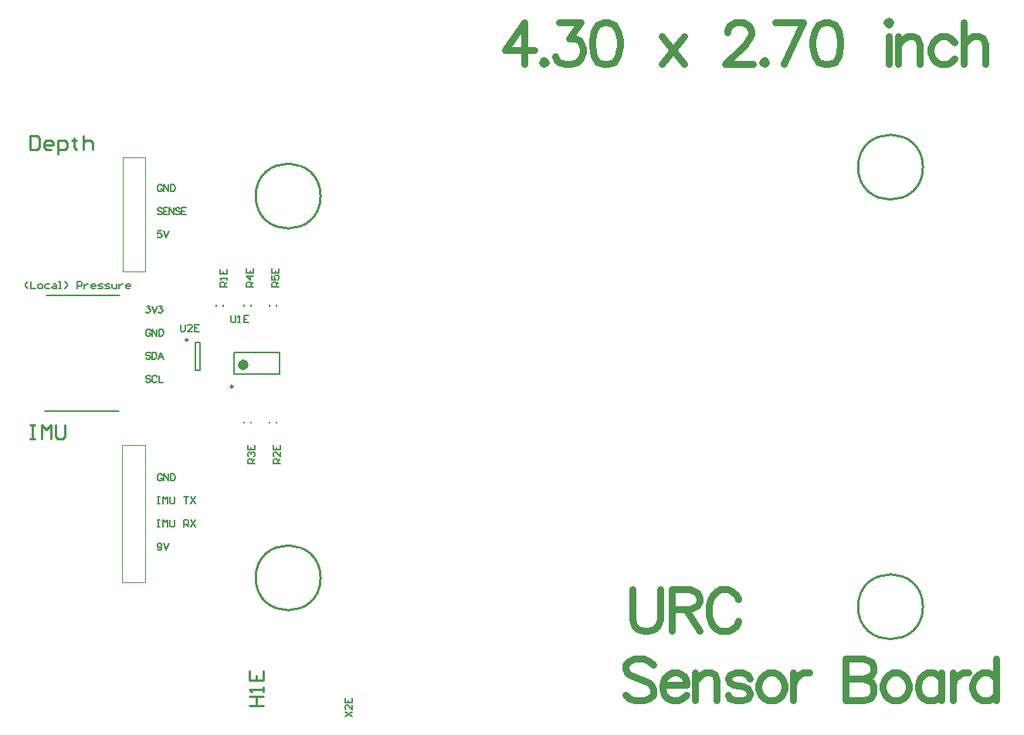
<source format=gto>
G04 Layer_Color=65535*
%FSLAX24Y24*%
%MOIN*%
G70*
G01*
G75*
%ADD14C,0.0100*%
%ADD23C,0.0236*%
%ADD24C,0.0098*%
%ADD25C,0.0070*%
%ADD26C,0.0079*%
%ADD27C,0.0039*%
%ADD28C,0.0300*%
D14*
X39050Y24050D02*
G03*
X39050Y24050I-1400J0D01*
G01*
X13050Y22800D02*
G03*
X13050Y22800I-1400J0D01*
G01*
Y6300D02*
G03*
X13050Y6300I-1400J0D01*
G01*
X39050Y5050D02*
G03*
X39050Y5050I-1400J0D01*
G01*
X9975Y785D02*
X10575D01*
X10275D01*
Y1185D01*
X9975D01*
X10575D01*
Y1385D02*
Y1585D01*
Y1485D01*
X9975D01*
X10075Y1385D01*
X9975Y2285D02*
Y1885D01*
X10575D01*
Y2285D01*
X10275Y1885D02*
Y2085D01*
X500Y12900D02*
X700D01*
X600D01*
Y12300D01*
X500D01*
X700D01*
X1000D02*
Y12900D01*
X1200Y12700D01*
X1400Y12900D01*
Y12300D01*
X1600Y12900D02*
Y12400D01*
X1700Y12300D01*
X1900D01*
X2000Y12400D01*
Y12900D01*
X500Y25400D02*
Y24800D01*
X800D01*
X900Y24900D01*
Y25300D01*
X800Y25400D01*
X500D01*
X1400Y24800D02*
X1200D01*
X1100Y24900D01*
Y25100D01*
X1200Y25200D01*
X1400D01*
X1500Y25100D01*
Y25000D01*
X1100D01*
X1700Y24600D02*
Y25200D01*
X2000D01*
X2099Y25100D01*
Y24900D01*
X2000Y24800D01*
X1700D01*
X2399Y25300D02*
Y25200D01*
X2299D01*
X2499D01*
X2399D01*
Y24900D01*
X2499Y24800D01*
X2799Y25400D02*
Y24800D01*
Y25100D01*
X2899Y25200D01*
X3099D01*
X3199Y25100D01*
Y24800D01*
D23*
X9828Y15508D02*
G03*
X9828Y15508I-118J0D01*
G01*
D24*
X9265Y14573D02*
G03*
X9265Y14573I-49J0D01*
G01*
X7327Y16585D02*
G03*
X7327Y16585I-49J0D01*
G01*
D25*
X1157Y13512D02*
X4346D01*
X1197Y18512D02*
X4386D01*
X14100Y300D02*
X14400Y500D01*
X14100D02*
X14400Y300D01*
Y800D02*
Y600D01*
X14200Y800D01*
X14150D01*
X14100Y750D01*
Y650D01*
X14150Y600D01*
X14100Y1100D02*
Y900D01*
X14400D01*
Y1100D01*
X14250Y900D02*
Y1000D01*
X9000Y18877D02*
X8700D01*
Y19027D01*
X8750Y19077D01*
X8850D01*
X8900Y19027D01*
Y18877D01*
Y18977D02*
X9000Y19077D01*
Y19177D02*
Y19277D01*
Y19227D01*
X8700D01*
X8750Y19177D01*
X8700Y19627D02*
Y19427D01*
X9000D01*
Y19627D01*
X8850Y19427D02*
Y19527D01*
X11300Y11227D02*
X11000D01*
Y11377D01*
X11050Y11427D01*
X11150D01*
X11200Y11377D01*
Y11227D01*
Y11327D02*
X11300Y11427D01*
Y11727D02*
Y11527D01*
X11100Y11727D01*
X11050D01*
X11000Y11677D01*
Y11577D01*
X11050Y11527D01*
X11000Y12027D02*
Y11827D01*
X11300D01*
Y12027D01*
X11150Y11827D02*
Y11927D01*
X10200Y11227D02*
X9900D01*
Y11377D01*
X9950Y11427D01*
X10050D01*
X10100Y11377D01*
Y11227D01*
Y11327D02*
X10200Y11427D01*
X9950Y11527D02*
X9900Y11577D01*
Y11677D01*
X9950Y11727D01*
X10000D01*
X10050Y11677D01*
Y11627D01*
Y11677D01*
X10100Y11727D01*
X10150D01*
X10200Y11677D01*
Y11577D01*
X10150Y11527D01*
X9900Y12027D02*
Y11827D01*
X10200D01*
Y12027D01*
X10050Y11827D02*
Y11927D01*
X10150Y18877D02*
X9850D01*
Y19027D01*
X9900Y19077D01*
X10000D01*
X10050Y19027D01*
Y18877D01*
Y18977D02*
X10150Y19077D01*
Y19327D02*
X9850D01*
X10000Y19177D01*
Y19377D01*
X9850Y19677D02*
Y19477D01*
X10150D01*
Y19677D01*
X10000Y19477D02*
Y19577D01*
X11250Y18877D02*
X10950D01*
Y19027D01*
X11000Y19077D01*
X11100D01*
X11150Y19027D01*
Y18877D01*
Y18977D02*
X11250Y19077D01*
X10950Y19377D02*
Y19177D01*
X11100D01*
X11050Y19277D01*
Y19327D01*
X11100Y19377D01*
X11200D01*
X11250Y19327D01*
Y19227D01*
X11200Y19177D01*
X10950Y19677D02*
Y19477D01*
X11250D01*
Y19677D01*
X11100Y19477D02*
Y19577D01*
X9190Y17640D02*
Y17390D01*
X9240Y17340D01*
X9340D01*
X9390Y17390D01*
Y17640D01*
X9490Y17340D02*
X9590D01*
X9540D01*
Y17640D01*
X9490Y17590D01*
X9940Y17640D02*
X9740D01*
Y17340D01*
X9940D01*
X9740Y17490D02*
X9840D01*
X7010Y17250D02*
Y17000D01*
X7060Y16950D01*
X7160D01*
X7210Y17000D01*
Y17250D01*
X7510Y16950D02*
X7310D01*
X7510Y17150D01*
Y17200D01*
X7460Y17250D01*
X7360D01*
X7310Y17200D01*
X7810Y17250D02*
X7610D01*
Y16950D01*
X7810D01*
X7610Y17100D02*
X7710D01*
X400Y18800D02*
X300Y18900D01*
Y19000D01*
X400Y19100D01*
X550D02*
Y18800D01*
X750D01*
X900D02*
X1000D01*
X1050Y18850D01*
Y18950D01*
X1000Y19000D01*
X900D01*
X850Y18950D01*
Y18850D01*
X900Y18800D01*
X1350Y19000D02*
X1200D01*
X1150Y18950D01*
Y18850D01*
X1200Y18800D01*
X1350D01*
X1500Y19000D02*
X1600D01*
X1650Y18950D01*
Y18800D01*
X1500D01*
X1450Y18850D01*
X1500Y18900D01*
X1650D01*
X1750Y18800D02*
X1849D01*
X1800D01*
Y19100D01*
X1750D01*
X1999Y18800D02*
X2099Y18900D01*
Y19000D01*
X1999Y19100D01*
X2549Y18800D02*
Y19100D01*
X2699D01*
X2749Y19050D01*
Y18950D01*
X2699Y18900D01*
X2549D01*
X2849Y19000D02*
Y18800D01*
Y18900D01*
X2899Y18950D01*
X2949Y19000D01*
X2999D01*
X3299Y18800D02*
X3199D01*
X3149Y18850D01*
Y18950D01*
X3199Y19000D01*
X3299D01*
X3349Y18950D01*
Y18900D01*
X3149D01*
X3449Y18800D02*
X3599D01*
X3649Y18850D01*
X3599Y18900D01*
X3499D01*
X3449Y18950D01*
X3499Y19000D01*
X3649D01*
X3749Y18800D02*
X3899D01*
X3949Y18850D01*
X3899Y18900D01*
X3799D01*
X3749Y18950D01*
X3799Y19000D01*
X3949D01*
X4049D02*
Y18850D01*
X4099Y18800D01*
X4249D01*
Y19000D01*
X4349D02*
Y18800D01*
Y18900D01*
X4399Y18950D01*
X4449Y19000D01*
X4499D01*
X4799Y18800D02*
X4699D01*
X4649Y18850D01*
Y18950D01*
X4699Y19000D01*
X4799D01*
X4849Y18950D01*
Y18900D01*
X4649D01*
X6214Y23229D02*
X6200Y23257D01*
X6171Y23286D01*
X6143Y23300D01*
X6086D01*
X6057Y23286D01*
X6029Y23257D01*
X6014Y23229D01*
X6000Y23186D01*
Y23114D01*
X6014Y23071D01*
X6029Y23043D01*
X6057Y23014D01*
X6086Y23000D01*
X6143D01*
X6171Y23014D01*
X6200Y23043D01*
X6214Y23071D01*
Y23114D01*
X6143D02*
X6214D01*
X6283Y23300D02*
Y23000D01*
Y23300D02*
X6483Y23000D01*
Y23300D02*
Y23000D01*
X6566Y23300D02*
Y23000D01*
Y23300D02*
X6666D01*
X6708Y23286D01*
X6737Y23257D01*
X6751Y23229D01*
X6766Y23186D01*
Y23114D01*
X6751Y23071D01*
X6737Y23043D01*
X6708Y23014D01*
X6666Y23000D01*
X6566D01*
X6200Y22257D02*
X6171Y22286D01*
X6129Y22300D01*
X6071D01*
X6029Y22286D01*
X6000Y22257D01*
Y22229D01*
X6014Y22200D01*
X6029Y22186D01*
X6057Y22171D01*
X6143Y22143D01*
X6171Y22129D01*
X6186Y22114D01*
X6200Y22086D01*
Y22043D01*
X6171Y22014D01*
X6129Y22000D01*
X6071D01*
X6029Y22014D01*
X6000Y22043D01*
X6453Y22300D02*
X6267D01*
Y22000D01*
X6453D01*
X6267Y22157D02*
X6381D01*
X6503Y22300D02*
Y22000D01*
Y22300D02*
X6703Y22000D01*
Y22300D02*
Y22000D01*
X6985Y22257D02*
X6957Y22286D01*
X6914Y22300D01*
X6857D01*
X6814Y22286D01*
X6786Y22257D01*
Y22229D01*
X6800Y22200D01*
X6814Y22186D01*
X6843Y22171D01*
X6928Y22143D01*
X6957Y22129D01*
X6971Y22114D01*
X6985Y22086D01*
Y22043D01*
X6957Y22014D01*
X6914Y22000D01*
X6857D01*
X6814Y22014D01*
X6786Y22043D01*
X7238Y22300D02*
X7053D01*
Y22000D01*
X7238D01*
X7053Y22157D02*
X7167D01*
X6171Y21300D02*
X6029D01*
X6014Y21171D01*
X6029Y21186D01*
X6071Y21200D01*
X6114D01*
X6157Y21186D01*
X6186Y21157D01*
X6200Y21114D01*
Y21086D01*
X6186Y21043D01*
X6157Y21014D01*
X6114Y21000D01*
X6071D01*
X6029Y21014D01*
X6014Y21029D01*
X6000Y21057D01*
X6267Y21300D02*
X6381Y21000D01*
X6496Y21300D02*
X6381Y21000D01*
X6186Y7700D02*
X6171Y7657D01*
X6143Y7629D01*
X6100Y7614D01*
X6086D01*
X6043Y7629D01*
X6014Y7657D01*
X6000Y7700D01*
Y7714D01*
X6014Y7757D01*
X6043Y7786D01*
X6086Y7800D01*
X6100D01*
X6143Y7786D01*
X6171Y7757D01*
X6186Y7700D01*
Y7629D01*
X6171Y7557D01*
X6143Y7514D01*
X6100Y7500D01*
X6071D01*
X6029Y7514D01*
X6014Y7543D01*
X6267Y7800D02*
X6381Y7500D01*
X6496Y7800D02*
X6381Y7500D01*
X6000Y8800D02*
X6100D01*
X6050D01*
Y8500D01*
X6000D01*
X6100D01*
X6250D02*
Y8800D01*
X6350Y8700D01*
X6450Y8800D01*
Y8500D01*
X6550Y8800D02*
Y8550D01*
X6600Y8500D01*
X6700D01*
X6750Y8550D01*
Y8800D01*
X7150Y8500D02*
Y8800D01*
X7300D01*
X7350Y8750D01*
Y8650D01*
X7300Y8600D01*
X7150D01*
X7250D02*
X7350Y8500D01*
X7450Y8800D02*
X7649Y8500D01*
Y8800D02*
X7450Y8500D01*
X6000Y9800D02*
X6100D01*
X6050D01*
Y9500D01*
X6000D01*
X6100D01*
X6250D02*
Y9800D01*
X6350Y9700D01*
X6450Y9800D01*
Y9500D01*
X6550Y9800D02*
Y9550D01*
X6600Y9500D01*
X6700D01*
X6750Y9550D01*
Y9800D01*
X7150D02*
X7350D01*
X7250D01*
Y9500D01*
X7450Y9800D02*
X7649Y9500D01*
Y9800D02*
X7450Y9500D01*
X6214Y10729D02*
X6200Y10757D01*
X6171Y10786D01*
X6143Y10800D01*
X6086D01*
X6057Y10786D01*
X6029Y10757D01*
X6014Y10729D01*
X6000Y10686D01*
Y10614D01*
X6014Y10571D01*
X6029Y10543D01*
X6057Y10514D01*
X6086Y10500D01*
X6143D01*
X6171Y10514D01*
X6200Y10543D01*
X6214Y10571D01*
Y10614D01*
X6143D02*
X6214D01*
X6283Y10800D02*
Y10500D01*
Y10800D02*
X6483Y10500D01*
Y10800D02*
Y10500D01*
X6566Y10800D02*
Y10500D01*
Y10800D02*
X6666D01*
X6708Y10786D01*
X6737Y10757D01*
X6751Y10729D01*
X6766Y10686D01*
Y10614D01*
X6751Y10571D01*
X6737Y10543D01*
X6708Y10514D01*
X6666Y10500D01*
X6566D01*
X5529Y18050D02*
X5686D01*
X5600Y17936D01*
X5643D01*
X5671Y17921D01*
X5686Y17907D01*
X5700Y17864D01*
Y17836D01*
X5686Y17793D01*
X5657Y17764D01*
X5614Y17750D01*
X5571D01*
X5529Y17764D01*
X5514Y17779D01*
X5500Y17807D01*
X5767Y18050D02*
X5881Y17750D01*
X5996Y18050D02*
X5881Y17750D01*
X6063Y18050D02*
X6220D01*
X6134Y17936D01*
X6177D01*
X6206Y17921D01*
X6220Y17907D01*
X6234Y17864D01*
Y17836D01*
X6220Y17793D01*
X6191Y17764D01*
X6148Y17750D01*
X6106D01*
X6063Y17764D01*
X6048Y17779D01*
X6034Y17807D01*
X5714Y16979D02*
X5700Y17007D01*
X5671Y17036D01*
X5643Y17050D01*
X5586D01*
X5557Y17036D01*
X5529Y17007D01*
X5514Y16979D01*
X5500Y16936D01*
Y16864D01*
X5514Y16821D01*
X5529Y16793D01*
X5557Y16764D01*
X5586Y16750D01*
X5643D01*
X5671Y16764D01*
X5700Y16793D01*
X5714Y16821D01*
Y16864D01*
X5643D02*
X5714D01*
X5783Y17050D02*
Y16750D01*
Y17050D02*
X5983Y16750D01*
Y17050D02*
Y16750D01*
X6066Y17050D02*
Y16750D01*
Y17050D02*
X6166D01*
X6208Y17036D01*
X6237Y17007D01*
X6251Y16979D01*
X6266Y16936D01*
Y16864D01*
X6251Y16821D01*
X6237Y16793D01*
X6208Y16764D01*
X6166Y16750D01*
X6066D01*
X5700Y16007D02*
X5671Y16036D01*
X5629Y16050D01*
X5571D01*
X5529Y16036D01*
X5500Y16007D01*
Y15979D01*
X5514Y15950D01*
X5529Y15936D01*
X5557Y15921D01*
X5643Y15893D01*
X5671Y15879D01*
X5686Y15864D01*
X5700Y15836D01*
Y15793D01*
X5671Y15764D01*
X5629Y15750D01*
X5571D01*
X5529Y15764D01*
X5500Y15793D01*
X5767Y16050D02*
Y15750D01*
Y16050D02*
X5867D01*
X5910Y16036D01*
X5938Y16007D01*
X5953Y15979D01*
X5967Y15936D01*
Y15864D01*
X5953Y15821D01*
X5938Y15793D01*
X5910Y15764D01*
X5867Y15750D01*
X5767D01*
X6263D02*
X6148Y16050D01*
X6034Y15750D01*
X6077Y15850D02*
X6220D01*
X5700Y15007D02*
X5671Y15036D01*
X5629Y15050D01*
X5571D01*
X5529Y15036D01*
X5500Y15007D01*
Y14979D01*
X5514Y14950D01*
X5529Y14936D01*
X5557Y14921D01*
X5643Y14893D01*
X5671Y14879D01*
X5686Y14864D01*
X5700Y14836D01*
Y14793D01*
X5671Y14764D01*
X5629Y14750D01*
X5571D01*
X5529Y14764D01*
X5500Y14793D01*
X5981Y14979D02*
X5967Y15007D01*
X5938Y15036D01*
X5910Y15050D01*
X5853D01*
X5824Y15036D01*
X5796Y15007D01*
X5781Y14979D01*
X5767Y14936D01*
Y14864D01*
X5781Y14821D01*
X5796Y14793D01*
X5824Y14764D01*
X5853Y14750D01*
X5910D01*
X5938Y14764D01*
X5967Y14793D01*
X5981Y14821D01*
X6066Y15050D02*
Y14750D01*
X6237D01*
D26*
X11284Y15114D02*
Y16039D01*
X9316Y15114D02*
Y16039D01*
X11284D01*
X9316Y15114D02*
X11284D01*
X7652Y16487D02*
X7848D01*
X7652Y15267D02*
X7848D01*
X7652D02*
Y16487D01*
X7848Y15267D02*
Y16487D01*
X8552Y18057D02*
Y18096D01*
X8848Y18057D02*
Y18096D01*
X11148Y13007D02*
Y13046D01*
X10852Y13007D02*
Y13046D01*
X9752Y13007D02*
Y13046D01*
X10048Y13007D02*
Y13046D01*
X9752Y18057D02*
Y18096D01*
X10048Y18057D02*
Y18096D01*
X10852Y18057D02*
Y18096D01*
X11148Y18057D02*
Y18096D01*
D27*
X4481Y6124D02*
Y12030D01*
X5465Y9148D02*
Y12030D01*
X4481D02*
X5465D01*
X4481Y6124D02*
X5465D01*
Y9148D01*
X5492Y19547D02*
Y22402D01*
X4508Y19547D02*
X5492D01*
X4508Y24461D02*
X5492D01*
Y22402D02*
Y24461D01*
X4508Y19547D02*
Y24461D01*
D28*
X27400Y2543D02*
X27228Y2714D01*
X26971Y2800D01*
X26628D01*
X26371Y2714D01*
X26200Y2543D01*
Y2371D01*
X26286Y2200D01*
X26371Y2114D01*
X26543Y2028D01*
X27057Y1857D01*
X27228Y1771D01*
X27314Y1686D01*
X27400Y1514D01*
Y1257D01*
X27228Y1086D01*
X26971Y1000D01*
X26628D01*
X26371Y1086D01*
X26200Y1257D01*
X27803Y1686D02*
X28831D01*
Y1857D01*
X28745Y2028D01*
X28659Y2114D01*
X28488Y2200D01*
X28231D01*
X28060Y2114D01*
X27888Y1943D01*
X27803Y1686D01*
Y1514D01*
X27888Y1257D01*
X28060Y1086D01*
X28231Y1000D01*
X28488D01*
X28659Y1086D01*
X28831Y1257D01*
X29216Y2200D02*
Y1000D01*
Y1857D02*
X29474Y2114D01*
X29645Y2200D01*
X29902D01*
X30073Y2114D01*
X30159Y1857D01*
Y1000D01*
X31573Y1943D02*
X31487Y2114D01*
X31230Y2200D01*
X30973D01*
X30716Y2114D01*
X30630Y1943D01*
X30716Y1771D01*
X30888Y1686D01*
X31316Y1600D01*
X31487Y1514D01*
X31573Y1343D01*
Y1257D01*
X31487Y1086D01*
X31230Y1000D01*
X30973D01*
X30716Y1086D01*
X30630Y1257D01*
X32379Y2200D02*
X32207Y2114D01*
X32036Y1943D01*
X31950Y1686D01*
Y1514D01*
X32036Y1257D01*
X32207Y1086D01*
X32379Y1000D01*
X32636D01*
X32807Y1086D01*
X32979Y1257D01*
X33064Y1514D01*
Y1686D01*
X32979Y1943D01*
X32807Y2114D01*
X32636Y2200D01*
X32379D01*
X33458D02*
Y1000D01*
Y1686D02*
X33544Y1943D01*
X33716Y2114D01*
X33887Y2200D01*
X34144D01*
X35721Y2800D02*
Y1000D01*
Y2800D02*
X36492D01*
X36749Y2714D01*
X36835Y2628D01*
X36921Y2457D01*
Y2285D01*
X36835Y2114D01*
X36749Y2028D01*
X36492Y1943D01*
X35721D02*
X36492D01*
X36749Y1857D01*
X36835Y1771D01*
X36921Y1600D01*
Y1343D01*
X36835Y1171D01*
X36749Y1086D01*
X36492Y1000D01*
X35721D01*
X37752Y2200D02*
X37580Y2114D01*
X37409Y1943D01*
X37323Y1686D01*
Y1514D01*
X37409Y1257D01*
X37580Y1086D01*
X37752Y1000D01*
X38009D01*
X38180Y1086D01*
X38352Y1257D01*
X38437Y1514D01*
Y1686D01*
X38352Y1943D01*
X38180Y2114D01*
X38009Y2200D01*
X37752D01*
X39860D02*
Y1000D01*
Y1943D02*
X39689Y2114D01*
X39517Y2200D01*
X39260D01*
X39089Y2114D01*
X38917Y1943D01*
X38832Y1686D01*
Y1514D01*
X38917Y1257D01*
X39089Y1086D01*
X39260Y1000D01*
X39517D01*
X39689Y1086D01*
X39860Y1257D01*
X40340Y2200D02*
Y1000D01*
Y1686D02*
X40426Y1943D01*
X40597Y2114D01*
X40768Y2200D01*
X41025D01*
X42217Y2800D02*
Y1000D01*
Y1943D02*
X42045Y2114D01*
X41874Y2200D01*
X41617D01*
X41445Y2114D01*
X41274Y1943D01*
X41188Y1686D01*
Y1514D01*
X41274Y1257D01*
X41445Y1086D01*
X41617Y1000D01*
X41874D01*
X42045Y1086D01*
X42217Y1257D01*
X26500Y5800D02*
Y4514D01*
X26586Y4257D01*
X26757Y4086D01*
X27014Y4000D01*
X27186D01*
X27443Y4086D01*
X27614Y4257D01*
X27700Y4514D01*
Y5800D01*
X28197D02*
Y4000D01*
Y5800D02*
X28968D01*
X29225Y5714D01*
X29311Y5628D01*
X29397Y5457D01*
Y5285D01*
X29311Y5114D01*
X29225Y5028D01*
X28968Y4943D01*
X28197D01*
X28797D02*
X29397Y4000D01*
X31085Y5371D02*
X30999Y5543D01*
X30828Y5714D01*
X30656Y5800D01*
X30313D01*
X30142Y5714D01*
X29971Y5543D01*
X29885Y5371D01*
X29799Y5114D01*
Y4686D01*
X29885Y4428D01*
X29971Y4257D01*
X30142Y4086D01*
X30313Y4000D01*
X30656D01*
X30828Y4086D01*
X30999Y4257D01*
X31085Y4428D01*
X21857Y30300D02*
X21000Y29100D01*
X22285D01*
X21857Y30300D02*
Y28500D01*
X22688Y28671D02*
X22603Y28586D01*
X22688Y28500D01*
X22774Y28586D01*
X22688Y28671D01*
X23340Y30300D02*
X24282D01*
X23768Y29614D01*
X24025D01*
X24196Y29528D01*
X24282Y29443D01*
X24368Y29186D01*
Y29014D01*
X24282Y28757D01*
X24111Y28586D01*
X23854Y28500D01*
X23597D01*
X23340Y28586D01*
X23254Y28671D01*
X23168Y28843D01*
X25285Y30300D02*
X25028Y30214D01*
X24856Y29957D01*
X24771Y29528D01*
Y29271D01*
X24856Y28843D01*
X25028Y28586D01*
X25285Y28500D01*
X25456D01*
X25713Y28586D01*
X25885Y28843D01*
X25970Y29271D01*
Y29528D01*
X25885Y29957D01*
X25713Y30214D01*
X25456Y30300D01*
X25285D01*
X27787Y29700D02*
X28730Y28500D01*
Y29700D02*
X27787Y28500D01*
X30607Y29871D02*
Y29957D01*
X30692Y30128D01*
X30778Y30214D01*
X30949Y30300D01*
X31292D01*
X31463Y30214D01*
X31549Y30128D01*
X31635Y29957D01*
Y29785D01*
X31549Y29614D01*
X31378Y29357D01*
X30521Y28500D01*
X31721D01*
X32209Y28671D02*
X32123Y28586D01*
X32209Y28500D01*
X32295Y28586D01*
X32209Y28671D01*
X33889Y30300D02*
X33032Y28500D01*
X32689Y30300D02*
X33889D01*
X34806D02*
X34549Y30214D01*
X34377Y29957D01*
X34291Y29528D01*
Y29271D01*
X34377Y28843D01*
X34549Y28586D01*
X34806Y28500D01*
X34977D01*
X35234Y28586D01*
X35405Y28843D01*
X35491Y29271D01*
Y29528D01*
X35405Y29957D01*
X35234Y30214D01*
X34977Y30300D01*
X34806D01*
X37479D02*
X37565Y30214D01*
X37651Y30300D01*
X37565Y30385D01*
X37479Y30300D01*
X37565Y29700D02*
Y28500D01*
X37968Y29700D02*
Y28500D01*
Y29357D02*
X38225Y29614D01*
X38396Y29700D01*
X38653D01*
X38825Y29614D01*
X38910Y29357D01*
Y28500D01*
X40410Y29443D02*
X40239Y29614D01*
X40067Y29700D01*
X39810D01*
X39639Y29614D01*
X39467Y29443D01*
X39382Y29186D01*
Y29014D01*
X39467Y28757D01*
X39639Y28586D01*
X39810Y28500D01*
X40067D01*
X40239Y28586D01*
X40410Y28757D01*
X40796Y30300D02*
Y28500D01*
Y29357D02*
X41053Y29614D01*
X41224Y29700D01*
X41481D01*
X41653Y29614D01*
X41738Y29357D01*
Y28500D01*
M02*

</source>
